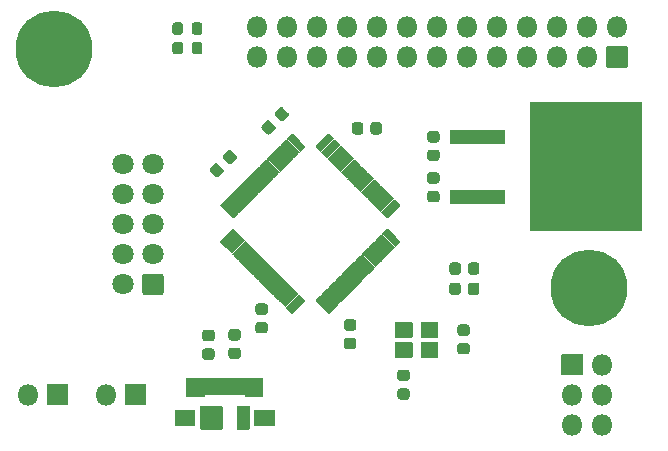
<source format=gts>
G04 #@! TF.GenerationSoftware,KiCad,Pcbnew,(5.1.10-1-10_14)*
G04 #@! TF.CreationDate,2021-11-11T19:55:44+01:00*
G04 #@! TF.ProjectId,Demo Project 01,44656d6f-2050-4726-9f6a-656374203031,mk0*
G04 #@! TF.SameCoordinates,Original*
G04 #@! TF.FileFunction,Soldermask,Top*
G04 #@! TF.FilePolarity,Negative*
%FSLAX46Y46*%
G04 Gerber Fmt 4.6, Leading zero omitted, Abs format (unit mm)*
G04 Created by KiCad (PCBNEW (5.1.10-1-10_14)) date 2021-11-11 19:55:44*
%MOMM*%
%LPD*%
G01*
G04 APERTURE LIST*
%ADD10O,1.802000X1.802000*%
%ADD11C,1.802000*%
%ADD12C,6.502000*%
%ADD13C,0.902000*%
%ADD14C,0.100000*%
G04 APERTURE END LIST*
D10*
X76327000Y-141351000D03*
G36*
G01*
X78017000Y-140450000D02*
X79717000Y-140450000D01*
G75*
G02*
X79768000Y-140501000I0J-51000D01*
G01*
X79768000Y-142201000D01*
G75*
G02*
X79717000Y-142252000I-51000J0D01*
G01*
X78017000Y-142252000D01*
G75*
G02*
X77966000Y-142201000I0J51000D01*
G01*
X77966000Y-140501000D01*
G75*
G02*
X78017000Y-140450000I51000J0D01*
G01*
G37*
G36*
G01*
X89479000Y-111713500D02*
X89479000Y-112314500D01*
G75*
G02*
X89253500Y-112540000I-225500J0D01*
G01*
X88802500Y-112540000D01*
G75*
G02*
X88577000Y-112314500I0J225500D01*
G01*
X88577000Y-111713500D01*
G75*
G02*
X88802500Y-111488000I225500J0D01*
G01*
X89253500Y-111488000D01*
G75*
G02*
X89479000Y-111713500I0J-225500D01*
G01*
G37*
G36*
G01*
X91129000Y-111713500D02*
X91129000Y-112314500D01*
G75*
G02*
X90903500Y-112540000I-225500J0D01*
G01*
X90452500Y-112540000D01*
G75*
G02*
X90227000Y-112314500I0J225500D01*
G01*
X90227000Y-111713500D01*
G75*
G02*
X90452500Y-111488000I225500J0D01*
G01*
X90903500Y-111488000D01*
G75*
G02*
X91129000Y-111713500I0J-225500D01*
G01*
G37*
G36*
G01*
X90227000Y-110663500D02*
X90227000Y-110062500D01*
G75*
G02*
X90452500Y-109837000I225500J0D01*
G01*
X90903500Y-109837000D01*
G75*
G02*
X91129000Y-110062500I0J-225500D01*
G01*
X91129000Y-110663500D01*
G75*
G02*
X90903500Y-110889000I-225500J0D01*
G01*
X90452500Y-110889000D01*
G75*
G02*
X90227000Y-110663500I0J225500D01*
G01*
G37*
G36*
G01*
X88577000Y-110663500D02*
X88577000Y-110062500D01*
G75*
G02*
X88802500Y-109837000I225500J0D01*
G01*
X89253500Y-109837000D01*
G75*
G02*
X89479000Y-110062500I0J-225500D01*
G01*
X89479000Y-110663500D01*
G75*
G02*
X89253500Y-110889000I-225500J0D01*
G01*
X88802500Y-110889000D01*
G75*
G02*
X88577000Y-110663500I0J225500D01*
G01*
G37*
G36*
G01*
X87832500Y-131380500D02*
X87832500Y-132652500D01*
G75*
G02*
X87567500Y-132917500I-265000J0D01*
G01*
X86295500Y-132917500D01*
G75*
G02*
X86030500Y-132652500I0J265000D01*
G01*
X86030500Y-131380500D01*
G75*
G02*
X86295500Y-131115500I265000J0D01*
G01*
X87567500Y-131115500D01*
G75*
G02*
X87832500Y-131380500I0J-265000D01*
G01*
G37*
D11*
X86931500Y-129476500D03*
X86931500Y-126936500D03*
X86931500Y-124396500D03*
X86931500Y-121856500D03*
X84391500Y-132016500D03*
X84391500Y-129476500D03*
X84391500Y-126936500D03*
X84391500Y-124396500D03*
X84391500Y-121856500D03*
G36*
G01*
X121527000Y-139661000D02*
X121527000Y-137961000D01*
G75*
G02*
X121578000Y-137910000I51000J0D01*
G01*
X123278000Y-137910000D01*
G75*
G02*
X123329000Y-137961000I0J-51000D01*
G01*
X123329000Y-139661000D01*
G75*
G02*
X123278000Y-139712000I-51000J0D01*
G01*
X121578000Y-139712000D01*
G75*
G02*
X121527000Y-139661000I0J51000D01*
G01*
G37*
D10*
X124968000Y-138811000D03*
X122428000Y-141351000D03*
X124968000Y-141351000D03*
X122428000Y-143891000D03*
X124968000Y-143891000D03*
G36*
G01*
X111114000Y-136989999D02*
X111114000Y-138190001D01*
G75*
G02*
X111063001Y-138241000I-50999J0D01*
G01*
X109662999Y-138241000D01*
G75*
G02*
X109612000Y-138190001I0J50999D01*
G01*
X109612000Y-136989999D01*
G75*
G02*
X109662999Y-136939000I50999J0D01*
G01*
X111063001Y-136939000D01*
G75*
G02*
X111114000Y-136989999I0J-50999D01*
G01*
G37*
G36*
G01*
X108914000Y-136989999D02*
X108914000Y-138190001D01*
G75*
G02*
X108863001Y-138241000I-50999J0D01*
G01*
X107462999Y-138241000D01*
G75*
G02*
X107412000Y-138190001I0J50999D01*
G01*
X107412000Y-136989999D01*
G75*
G02*
X107462999Y-136939000I50999J0D01*
G01*
X108863001Y-136939000D01*
G75*
G02*
X108914000Y-136989999I0J-50999D01*
G01*
G37*
G36*
G01*
X108914000Y-135289999D02*
X108914000Y-136490001D01*
G75*
G02*
X108863001Y-136541000I-50999J0D01*
G01*
X107462999Y-136541000D01*
G75*
G02*
X107412000Y-136490001I0J50999D01*
G01*
X107412000Y-135289999D01*
G75*
G02*
X107462999Y-135239000I50999J0D01*
G01*
X108863001Y-135239000D01*
G75*
G02*
X108914000Y-135289999I0J-50999D01*
G01*
G37*
G36*
G01*
X111114000Y-135289999D02*
X111114000Y-136490001D01*
G75*
G02*
X111063001Y-136541000I-50999J0D01*
G01*
X109662999Y-136541000D01*
G75*
G02*
X109612000Y-136490001I0J50999D01*
G01*
X109612000Y-135289999D01*
G75*
G02*
X109662999Y-135239000I50999J0D01*
G01*
X111063001Y-135239000D01*
G75*
G02*
X111114000Y-135289999I0J-50999D01*
G01*
G37*
X82931000Y-141351000D03*
G36*
G01*
X84621000Y-140450000D02*
X86321000Y-140450000D01*
G75*
G02*
X86372000Y-140501000I0J-51000D01*
G01*
X86372000Y-142201000D01*
G75*
G02*
X86321000Y-142252000I-51000J0D01*
G01*
X84621000Y-142252000D01*
G75*
G02*
X84570000Y-142201000I0J51000D01*
G01*
X84570000Y-140501000D01*
G75*
G02*
X84621000Y-140450000I51000J0D01*
G01*
G37*
G36*
G01*
X127088000Y-113677000D02*
X125388000Y-113677000D01*
G75*
G02*
X125337000Y-113626000I0J51000D01*
G01*
X125337000Y-111926000D01*
G75*
G02*
X125388000Y-111875000I51000J0D01*
G01*
X127088000Y-111875000D01*
G75*
G02*
X127139000Y-111926000I0J-51000D01*
G01*
X127139000Y-113626000D01*
G75*
G02*
X127088000Y-113677000I-51000J0D01*
G01*
G37*
X126238000Y-110236000D03*
X123698000Y-112776000D03*
X123698000Y-110236000D03*
X121158000Y-112776000D03*
X121158000Y-110236000D03*
X118618000Y-112776000D03*
X118618000Y-110236000D03*
X116078000Y-112776000D03*
X116078000Y-110236000D03*
X113538000Y-112776000D03*
X113538000Y-110236000D03*
X110998000Y-112776000D03*
X110998000Y-110236000D03*
X108458000Y-112776000D03*
X108458000Y-110236000D03*
X105918000Y-112776000D03*
X105918000Y-110236000D03*
X103378000Y-112776000D03*
X103378000Y-110236000D03*
X100838000Y-112776000D03*
X100838000Y-110236000D03*
X98298000Y-112776000D03*
X98298000Y-110236000D03*
X95758000Y-112776000D03*
X95758000Y-110236000D03*
G36*
G01*
X93588888Y-120706157D02*
X93987343Y-121104612D01*
G75*
G02*
X93987343Y-121450034I-172711J-172711D01*
G01*
X93641922Y-121795455D01*
G75*
G02*
X93296500Y-121795455I-172711J172711D01*
G01*
X92898045Y-121397000D01*
G75*
G02*
X92898045Y-121051578I172711J172711D01*
G01*
X93243466Y-120706157D01*
G75*
G02*
X93588888Y-120706157I172711J-172711D01*
G01*
G37*
G36*
G01*
X92475194Y-121819851D02*
X92873649Y-122218306D01*
G75*
G02*
X92873649Y-122563728I-172711J-172711D01*
G01*
X92528228Y-122909149D01*
G75*
G02*
X92182806Y-122909149I-172711J172711D01*
G01*
X91784351Y-122510694D01*
G75*
G02*
X91784351Y-122165272I172711J172711D01*
G01*
X92129772Y-121819851D01*
G75*
G02*
X92475194Y-121819851I172711J-172711D01*
G01*
G37*
G36*
G01*
X96871347Y-118185698D02*
X97269802Y-118584153D01*
G75*
G02*
X97269802Y-118929575I-172711J-172711D01*
G01*
X96924381Y-119274996D01*
G75*
G02*
X96578959Y-119274996I-172711J172711D01*
G01*
X96180504Y-118876541D01*
G75*
G02*
X96180504Y-118531119I172711J172711D01*
G01*
X96525925Y-118185698D01*
G75*
G02*
X96871347Y-118185698I172711J-172711D01*
G01*
G37*
G36*
G01*
X97985041Y-117072004D02*
X98383496Y-117470459D01*
G75*
G02*
X98383496Y-117815881I-172711J-172711D01*
G01*
X98038075Y-118161302D01*
G75*
G02*
X97692653Y-118161302I-172711J172711D01*
G01*
X97294198Y-117762847D01*
G75*
G02*
X97294198Y-117417425I172711J172711D01*
G01*
X97639619Y-117072004D01*
G75*
G02*
X97985041Y-117072004I172711J-172711D01*
G01*
G37*
G36*
G01*
X113514950Y-137953500D02*
X112951450Y-137953500D01*
G75*
G02*
X112707200Y-137709250I0J244250D01*
G01*
X112707200Y-137220750D01*
G75*
G02*
X112951450Y-136976500I244250J0D01*
G01*
X113514950Y-136976500D01*
G75*
G02*
X113759200Y-137220750I0J-244250D01*
G01*
X113759200Y-137709250D01*
G75*
G02*
X113514950Y-137953500I-244250J0D01*
G01*
G37*
G36*
G01*
X113514950Y-136378500D02*
X112951450Y-136378500D01*
G75*
G02*
X112707200Y-136134250I0J244250D01*
G01*
X112707200Y-135645750D01*
G75*
G02*
X112951450Y-135401500I244250J0D01*
G01*
X113514950Y-135401500D01*
G75*
G02*
X113759200Y-135645750I0J-244250D01*
G01*
X113759200Y-136134250D01*
G75*
G02*
X113514950Y-136378500I-244250J0D01*
G01*
G37*
G36*
G01*
X108434950Y-140213800D02*
X107871450Y-140213800D01*
G75*
G02*
X107627200Y-139969550I0J244250D01*
G01*
X107627200Y-139481050D01*
G75*
G02*
X107871450Y-139236800I244250J0D01*
G01*
X108434950Y-139236800D01*
G75*
G02*
X108679200Y-139481050I0J-244250D01*
G01*
X108679200Y-139969550D01*
G75*
G02*
X108434950Y-140213800I-244250J0D01*
G01*
G37*
G36*
G01*
X108434950Y-141788800D02*
X107871450Y-141788800D01*
G75*
G02*
X107627200Y-141544550I0J244250D01*
G01*
X107627200Y-141056050D01*
G75*
G02*
X107871450Y-140811800I244250J0D01*
G01*
X108434950Y-140811800D01*
G75*
G02*
X108679200Y-141056050I0J-244250D01*
G01*
X108679200Y-141544550D01*
G75*
G02*
X108434950Y-141788800I-244250J0D01*
G01*
G37*
G36*
G01*
X95857250Y-133623500D02*
X96420750Y-133623500D01*
G75*
G02*
X96665000Y-133867750I0J-244250D01*
G01*
X96665000Y-134356250D01*
G75*
G02*
X96420750Y-134600500I-244250J0D01*
G01*
X95857250Y-134600500D01*
G75*
G02*
X95613000Y-134356250I0J244250D01*
G01*
X95613000Y-133867750D01*
G75*
G02*
X95857250Y-133623500I244250J0D01*
G01*
G37*
G36*
G01*
X95857250Y-135198500D02*
X96420750Y-135198500D01*
G75*
G02*
X96665000Y-135442750I0J-244250D01*
G01*
X96665000Y-135931250D01*
G75*
G02*
X96420750Y-136175500I-244250J0D01*
G01*
X95857250Y-136175500D01*
G75*
G02*
X95613000Y-135931250I0J244250D01*
G01*
X95613000Y-135442750D01*
G75*
G02*
X95857250Y-135198500I244250J0D01*
G01*
G37*
G36*
G01*
X110398750Y-120606000D02*
X110962250Y-120606000D01*
G75*
G02*
X111206500Y-120850250I0J-244250D01*
G01*
X111206500Y-121338750D01*
G75*
G02*
X110962250Y-121583000I-244250J0D01*
G01*
X110398750Y-121583000D01*
G75*
G02*
X110154500Y-121338750I0J244250D01*
G01*
X110154500Y-120850250D01*
G75*
G02*
X110398750Y-120606000I244250J0D01*
G01*
G37*
G36*
G01*
X110398750Y-119031000D02*
X110962250Y-119031000D01*
G75*
G02*
X111206500Y-119275250I0J-244250D01*
G01*
X111206500Y-119763750D01*
G75*
G02*
X110962250Y-120008000I-244250J0D01*
G01*
X110398750Y-120008000D01*
G75*
G02*
X110154500Y-119763750I0J244250D01*
G01*
X110154500Y-119275250D01*
G75*
G02*
X110398750Y-119031000I244250J0D01*
G01*
G37*
G36*
G01*
X110962250Y-125075500D02*
X110398750Y-125075500D01*
G75*
G02*
X110154500Y-124831250I0J244250D01*
G01*
X110154500Y-124342750D01*
G75*
G02*
X110398750Y-124098500I244250J0D01*
G01*
X110962250Y-124098500D01*
G75*
G02*
X111206500Y-124342750I0J-244250D01*
G01*
X111206500Y-124831250D01*
G75*
G02*
X110962250Y-125075500I-244250J0D01*
G01*
G37*
G36*
G01*
X110962250Y-123500500D02*
X110398750Y-123500500D01*
G75*
G02*
X110154500Y-123256250I0J244250D01*
G01*
X110154500Y-122767750D01*
G75*
G02*
X110398750Y-122523500I244250J0D01*
G01*
X110962250Y-122523500D01*
G75*
G02*
X111206500Y-122767750I0J-244250D01*
G01*
X111206500Y-123256250D01*
G75*
G02*
X110962250Y-123500500I-244250J0D01*
G01*
G37*
G36*
G01*
X91451500Y-141343000D02*
X91451500Y-139963000D01*
G75*
G02*
X91502500Y-139912000I51000J0D01*
G01*
X91952500Y-139912000D01*
G75*
G02*
X92003500Y-139963000I0J-51000D01*
G01*
X92003500Y-141343000D01*
G75*
G02*
X91952500Y-141394000I-51000J0D01*
G01*
X91502500Y-141394000D01*
G75*
G02*
X91451500Y-141343000I0J51000D01*
G01*
G37*
G36*
G01*
X92101500Y-141343000D02*
X92101500Y-139963000D01*
G75*
G02*
X92152500Y-139912000I51000J0D01*
G01*
X92602500Y-139912000D01*
G75*
G02*
X92653500Y-139963000I0J-51000D01*
G01*
X92653500Y-141343000D01*
G75*
G02*
X92602500Y-141394000I-51000J0D01*
G01*
X92152500Y-141394000D01*
G75*
G02*
X92101500Y-141343000I0J51000D01*
G01*
G37*
G36*
G01*
X92751500Y-141343000D02*
X92751500Y-139963000D01*
G75*
G02*
X92802500Y-139912000I51000J0D01*
G01*
X93252500Y-139912000D01*
G75*
G02*
X93303500Y-139963000I0J-51000D01*
G01*
X93303500Y-141343000D01*
G75*
G02*
X93252500Y-141394000I-51000J0D01*
G01*
X92802500Y-141394000D01*
G75*
G02*
X92751500Y-141343000I0J51000D01*
G01*
G37*
G36*
G01*
X93401500Y-141343000D02*
X93401500Y-139963000D01*
G75*
G02*
X93452500Y-139912000I51000J0D01*
G01*
X93902500Y-139912000D01*
G75*
G02*
X93953500Y-139963000I0J-51000D01*
G01*
X93953500Y-141343000D01*
G75*
G02*
X93902500Y-141394000I-51000J0D01*
G01*
X93452500Y-141394000D01*
G75*
G02*
X93401500Y-141343000I0J51000D01*
G01*
G37*
G36*
G01*
X94051500Y-141343000D02*
X94051500Y-139963000D01*
G75*
G02*
X94102500Y-139912000I51000J0D01*
G01*
X94552500Y-139912000D01*
G75*
G02*
X94603500Y-139963000I0J-51000D01*
G01*
X94603500Y-141343000D01*
G75*
G02*
X94552500Y-141394000I-51000J0D01*
G01*
X94102500Y-141394000D01*
G75*
G02*
X94051500Y-141343000I0J51000D01*
G01*
G37*
G36*
G01*
X89776500Y-141513000D02*
X89776500Y-139963000D01*
G75*
G02*
X89827500Y-139912000I51000J0D01*
G01*
X91252500Y-139912000D01*
G75*
G02*
X91303500Y-139963000I0J-51000D01*
G01*
X91303500Y-141513000D01*
G75*
G02*
X91252500Y-141564000I-51000J0D01*
G01*
X89827500Y-141564000D01*
G75*
G02*
X89776500Y-141513000I0J51000D01*
G01*
G37*
G36*
G01*
X94751500Y-141513000D02*
X94751500Y-139963000D01*
G75*
G02*
X94802500Y-139912000I51000J0D01*
G01*
X96227500Y-139912000D01*
G75*
G02*
X96278500Y-139963000I0J-51000D01*
G01*
X96278500Y-141513000D01*
G75*
G02*
X96227500Y-141564000I-51000J0D01*
G01*
X94802500Y-141564000D01*
G75*
G02*
X94751500Y-141513000I0J51000D01*
G01*
G37*
G36*
G01*
X88776500Y-143963000D02*
X88776500Y-142663000D01*
G75*
G02*
X88827500Y-142612000I51000J0D01*
G01*
X90477500Y-142612000D01*
G75*
G02*
X90528500Y-142663000I0J-51000D01*
G01*
X90528500Y-143963000D01*
G75*
G02*
X90477500Y-144014000I-51000J0D01*
G01*
X88827500Y-144014000D01*
G75*
G02*
X88776500Y-143963000I0J51000D01*
G01*
G37*
G36*
G01*
X95526500Y-143963000D02*
X95526500Y-142663000D01*
G75*
G02*
X95577500Y-142612000I51000J0D01*
G01*
X97227500Y-142612000D01*
G75*
G02*
X97278500Y-142663000I0J-51000D01*
G01*
X97278500Y-143963000D01*
G75*
G02*
X97227500Y-144014000I-51000J0D01*
G01*
X95577500Y-144014000D01*
G75*
G02*
X95526500Y-143963000I0J51000D01*
G01*
G37*
G36*
G01*
X90926500Y-144263000D02*
X90926500Y-142363000D01*
G75*
G02*
X90977500Y-142312000I51000J0D01*
G01*
X92777500Y-142312000D01*
G75*
G02*
X92828500Y-142363000I0J-51000D01*
G01*
X92828500Y-144263000D01*
G75*
G02*
X92777500Y-144314000I-51000J0D01*
G01*
X90977500Y-144314000D01*
G75*
G02*
X90926500Y-144263000I0J51000D01*
G01*
G37*
G36*
G01*
X94026500Y-144263000D02*
X94026500Y-142363000D01*
G75*
G02*
X94077500Y-142312000I51000J0D01*
G01*
X95077500Y-142312000D01*
G75*
G02*
X95128500Y-142363000I0J-51000D01*
G01*
X95128500Y-144263000D01*
G75*
G02*
X95077500Y-144314000I-51000J0D01*
G01*
X94077500Y-144314000D01*
G75*
G02*
X94026500Y-144263000I0J51000D01*
G01*
G37*
G36*
G01*
X103350250Y-134969500D02*
X103913750Y-134969500D01*
G75*
G02*
X104158000Y-135213750I0J-244250D01*
G01*
X104158000Y-135702250D01*
G75*
G02*
X103913750Y-135946500I-244250J0D01*
G01*
X103350250Y-135946500D01*
G75*
G02*
X103106000Y-135702250I0J244250D01*
G01*
X103106000Y-135213750D01*
G75*
G02*
X103350250Y-134969500I244250J0D01*
G01*
G37*
G36*
G01*
X103350250Y-136544500D02*
X103913750Y-136544500D01*
G75*
G02*
X104158000Y-136788750I0J-244250D01*
G01*
X104158000Y-137277250D01*
G75*
G02*
X103913750Y-137521500I-244250J0D01*
G01*
X103350250Y-137521500D01*
G75*
G02*
X103106000Y-137277250I0J244250D01*
G01*
X103106000Y-136788750D01*
G75*
G02*
X103350250Y-136544500I244250J0D01*
G01*
G37*
G36*
G01*
X113010500Y-132115750D02*
X113010500Y-132679250D01*
G75*
G02*
X112766250Y-132923500I-244250J0D01*
G01*
X112277750Y-132923500D01*
G75*
G02*
X112033500Y-132679250I0J244250D01*
G01*
X112033500Y-132115750D01*
G75*
G02*
X112277750Y-131871500I244250J0D01*
G01*
X112766250Y-131871500D01*
G75*
G02*
X113010500Y-132115750I0J-244250D01*
G01*
G37*
G36*
G01*
X114585500Y-132115750D02*
X114585500Y-132679250D01*
G75*
G02*
X114341250Y-132923500I-244250J0D01*
G01*
X113852750Y-132923500D01*
G75*
G02*
X113608500Y-132679250I0J244250D01*
G01*
X113608500Y-132115750D01*
G75*
G02*
X113852750Y-131871500I244250J0D01*
G01*
X114341250Y-131871500D01*
G75*
G02*
X114585500Y-132115750I0J-244250D01*
G01*
G37*
G36*
G01*
X114585500Y-130401250D02*
X114585500Y-130964750D01*
G75*
G02*
X114341250Y-131209000I-244250J0D01*
G01*
X113852750Y-131209000D01*
G75*
G02*
X113608500Y-130964750I0J244250D01*
G01*
X113608500Y-130401250D01*
G75*
G02*
X113852750Y-130157000I244250J0D01*
G01*
X114341250Y-130157000D01*
G75*
G02*
X114585500Y-130401250I0J-244250D01*
G01*
G37*
G36*
G01*
X113010500Y-130401250D02*
X113010500Y-130964750D01*
G75*
G02*
X112766250Y-131209000I-244250J0D01*
G01*
X112277750Y-131209000D01*
G75*
G02*
X112033500Y-130964750I0J244250D01*
G01*
X112033500Y-130401250D01*
G75*
G02*
X112277750Y-130157000I244250J0D01*
G01*
X112766250Y-130157000D01*
G75*
G02*
X113010500Y-130401250I0J-244250D01*
G01*
G37*
G36*
G01*
X105353500Y-119090250D02*
X105353500Y-118526750D01*
G75*
G02*
X105597750Y-118282500I244250J0D01*
G01*
X106086250Y-118282500D01*
G75*
G02*
X106330500Y-118526750I0J-244250D01*
G01*
X106330500Y-119090250D01*
G75*
G02*
X106086250Y-119334500I-244250J0D01*
G01*
X105597750Y-119334500D01*
G75*
G02*
X105353500Y-119090250I0J244250D01*
G01*
G37*
G36*
G01*
X103778500Y-119090250D02*
X103778500Y-118526750D01*
G75*
G02*
X104022750Y-118282500I244250J0D01*
G01*
X104511250Y-118282500D01*
G75*
G02*
X104755500Y-118526750I0J-244250D01*
G01*
X104755500Y-119090250D01*
G75*
G02*
X104511250Y-119334500I-244250J0D01*
G01*
X104022750Y-119334500D01*
G75*
G02*
X103778500Y-119090250I0J244250D01*
G01*
G37*
G36*
G01*
X91348750Y-137433500D02*
X91912250Y-137433500D01*
G75*
G02*
X92156500Y-137677750I0J-244250D01*
G01*
X92156500Y-138166250D01*
G75*
G02*
X91912250Y-138410500I-244250J0D01*
G01*
X91348750Y-138410500D01*
G75*
G02*
X91104500Y-138166250I0J244250D01*
G01*
X91104500Y-137677750D01*
G75*
G02*
X91348750Y-137433500I244250J0D01*
G01*
G37*
G36*
G01*
X91348750Y-135858500D02*
X91912250Y-135858500D01*
G75*
G02*
X92156500Y-136102750I0J-244250D01*
G01*
X92156500Y-136591250D01*
G75*
G02*
X91912250Y-136835500I-244250J0D01*
G01*
X91348750Y-136835500D01*
G75*
G02*
X91104500Y-136591250I0J244250D01*
G01*
X91104500Y-136102750D01*
G75*
G02*
X91348750Y-135858500I244250J0D01*
G01*
G37*
G36*
G01*
X93571250Y-135795000D02*
X94134750Y-135795000D01*
G75*
G02*
X94379000Y-136039250I0J-244250D01*
G01*
X94379000Y-136527750D01*
G75*
G02*
X94134750Y-136772000I-244250J0D01*
G01*
X93571250Y-136772000D01*
G75*
G02*
X93327000Y-136527750I0J244250D01*
G01*
X93327000Y-136039250D01*
G75*
G02*
X93571250Y-135795000I244250J0D01*
G01*
G37*
G36*
G01*
X93571250Y-137370000D02*
X94134750Y-137370000D01*
G75*
G02*
X94379000Y-137614250I0J-244250D01*
G01*
X94379000Y-138102750D01*
G75*
G02*
X94134750Y-138347000I-244250J0D01*
G01*
X93571250Y-138347000D01*
G75*
G02*
X93327000Y-138102750I0J244250D01*
G01*
X93327000Y-137614250D01*
G75*
G02*
X93571250Y-137370000I244250J0D01*
G01*
G37*
G36*
G01*
X112079500Y-120057000D02*
X112079500Y-118957000D01*
G75*
G02*
X112130500Y-118906000I51000J0D01*
G01*
X116730500Y-118906000D01*
G75*
G02*
X116781500Y-118957000I0J-51000D01*
G01*
X116781500Y-120057000D01*
G75*
G02*
X116730500Y-120108000I-51000J0D01*
G01*
X112130500Y-120108000D01*
G75*
G02*
X112079500Y-120057000I0J51000D01*
G01*
G37*
G36*
G01*
X112079500Y-125137000D02*
X112079500Y-124037000D01*
G75*
G02*
X112130500Y-123986000I51000J0D01*
G01*
X116730500Y-123986000D01*
G75*
G02*
X116781500Y-124037000I0J-51000D01*
G01*
X116781500Y-125137000D01*
G75*
G02*
X116730500Y-125188000I-51000J0D01*
G01*
X112130500Y-125188000D01*
G75*
G02*
X112079500Y-125137000I0J51000D01*
G01*
G37*
G36*
G01*
X118829500Y-127447000D02*
X118829500Y-116647000D01*
G75*
G02*
X118880500Y-116596000I51000J0D01*
G01*
X128280500Y-116596000D01*
G75*
G02*
X128331500Y-116647000I0J-51000D01*
G01*
X128331500Y-127447000D01*
G75*
G02*
X128280500Y-127498000I-51000J0D01*
G01*
X118880500Y-127498000D01*
G75*
G02*
X118829500Y-127447000I0J51000D01*
G01*
G37*
G36*
G01*
X94168410Y-126042856D02*
X93779502Y-126431764D01*
G75*
G02*
X93707378Y-126431764I-36062J36062D01*
G01*
X92646718Y-125371104D01*
G75*
G02*
X92646718Y-125298980I36062J36062D01*
G01*
X93035626Y-124910072D01*
G75*
G02*
X93107750Y-124910072I36062J-36062D01*
G01*
X94168410Y-125970732D01*
G75*
G02*
X94168410Y-126042856I-36062J-36062D01*
G01*
G37*
G36*
G01*
X94734096Y-125477171D02*
X94345188Y-125866079D01*
G75*
G02*
X94273064Y-125866079I-36062J36062D01*
G01*
X93212404Y-124805419D01*
G75*
G02*
X93212404Y-124733295I36062J36062D01*
G01*
X93601312Y-124344387D01*
G75*
G02*
X93673436Y-124344387I36062J-36062D01*
G01*
X94734096Y-125405047D01*
G75*
G02*
X94734096Y-125477171I-36062J-36062D01*
G01*
G37*
G36*
G01*
X95299781Y-124911486D02*
X94910873Y-125300394D01*
G75*
G02*
X94838749Y-125300394I-36062J36062D01*
G01*
X93778089Y-124239734D01*
G75*
G02*
X93778089Y-124167610I36062J36062D01*
G01*
X94166997Y-123778702D01*
G75*
G02*
X94239121Y-123778702I36062J-36062D01*
G01*
X95299781Y-124839362D01*
G75*
G02*
X95299781Y-124911486I-36062J-36062D01*
G01*
G37*
G36*
G01*
X95865466Y-124345800D02*
X95476558Y-124734708D01*
G75*
G02*
X95404434Y-124734708I-36062J36062D01*
G01*
X94343774Y-123674048D01*
G75*
G02*
X94343774Y-123601924I36062J36062D01*
G01*
X94732682Y-123213016D01*
G75*
G02*
X94804806Y-123213016I36062J-36062D01*
G01*
X95865466Y-124273676D01*
G75*
G02*
X95865466Y-124345800I-36062J-36062D01*
G01*
G37*
G36*
G01*
X96431152Y-123780115D02*
X96042244Y-124169023D01*
G75*
G02*
X95970120Y-124169023I-36062J36062D01*
G01*
X94909460Y-123108363D01*
G75*
G02*
X94909460Y-123036239I36062J36062D01*
G01*
X95298368Y-122647331D01*
G75*
G02*
X95370492Y-122647331I36062J-36062D01*
G01*
X96431152Y-123707991D01*
G75*
G02*
X96431152Y-123780115I-36062J-36062D01*
G01*
G37*
G36*
G01*
X96996837Y-123214429D02*
X96607929Y-123603337D01*
G75*
G02*
X96535805Y-123603337I-36062J36062D01*
G01*
X95475145Y-122542677D01*
G75*
G02*
X95475145Y-122470553I36062J36062D01*
G01*
X95864053Y-122081645D01*
G75*
G02*
X95936177Y-122081645I36062J-36062D01*
G01*
X96996837Y-123142305D01*
G75*
G02*
X96996837Y-123214429I-36062J-36062D01*
G01*
G37*
G36*
G01*
X97562523Y-122648744D02*
X97173615Y-123037652D01*
G75*
G02*
X97101491Y-123037652I-36062J36062D01*
G01*
X96040831Y-121976992D01*
G75*
G02*
X96040831Y-121904868I36062J36062D01*
G01*
X96429739Y-121515960D01*
G75*
G02*
X96501863Y-121515960I36062J-36062D01*
G01*
X97562523Y-122576620D01*
G75*
G02*
X97562523Y-122648744I-36062J-36062D01*
G01*
G37*
G36*
G01*
X98128208Y-122083058D02*
X97739300Y-122471966D01*
G75*
G02*
X97667176Y-122471966I-36062J36062D01*
G01*
X96606516Y-121411306D01*
G75*
G02*
X96606516Y-121339182I36062J36062D01*
G01*
X96995424Y-120950274D01*
G75*
G02*
X97067548Y-120950274I36062J-36062D01*
G01*
X98128208Y-122010934D01*
G75*
G02*
X98128208Y-122083058I-36062J-36062D01*
G01*
G37*
G36*
G01*
X98693894Y-121517373D02*
X98304986Y-121906281D01*
G75*
G02*
X98232862Y-121906281I-36062J36062D01*
G01*
X97172202Y-120845621D01*
G75*
G02*
X97172202Y-120773497I36062J36062D01*
G01*
X97561110Y-120384589D01*
G75*
G02*
X97633234Y-120384589I36062J-36062D01*
G01*
X98693894Y-121445249D01*
G75*
G02*
X98693894Y-121517373I-36062J-36062D01*
G01*
G37*
G36*
G01*
X99259579Y-120951688D02*
X98870671Y-121340596D01*
G75*
G02*
X98798547Y-121340596I-36062J36062D01*
G01*
X97737887Y-120279936D01*
G75*
G02*
X97737887Y-120207812I36062J36062D01*
G01*
X98126795Y-119818904D01*
G75*
G02*
X98198919Y-119818904I36062J-36062D01*
G01*
X99259579Y-120879564D01*
G75*
G02*
X99259579Y-120951688I-36062J-36062D01*
G01*
G37*
G36*
G01*
X99825264Y-120386002D02*
X99436356Y-120774910D01*
G75*
G02*
X99364232Y-120774910I-36062J36062D01*
G01*
X98303572Y-119714250D01*
G75*
G02*
X98303572Y-119642126I36062J36062D01*
G01*
X98692480Y-119253218D01*
G75*
G02*
X98764604Y-119253218I36062J-36062D01*
G01*
X99825264Y-120313878D01*
G75*
G02*
X99825264Y-120386002I-36062J-36062D01*
G01*
G37*
G36*
G01*
X101096644Y-120774910D02*
X100707736Y-120386002D01*
G75*
G02*
X100707736Y-120313878I36062J36062D01*
G01*
X101768396Y-119253218D01*
G75*
G02*
X101840520Y-119253218I36062J-36062D01*
G01*
X102229428Y-119642126D01*
G75*
G02*
X102229428Y-119714250I-36062J-36062D01*
G01*
X101168768Y-120774910D01*
G75*
G02*
X101096644Y-120774910I-36062J36062D01*
G01*
G37*
G36*
G01*
X101662329Y-121340596D02*
X101273421Y-120951688D01*
G75*
G02*
X101273421Y-120879564I36062J36062D01*
G01*
X102334081Y-119818904D01*
G75*
G02*
X102406205Y-119818904I36062J-36062D01*
G01*
X102795113Y-120207812D01*
G75*
G02*
X102795113Y-120279936I-36062J-36062D01*
G01*
X101734453Y-121340596D01*
G75*
G02*
X101662329Y-121340596I-36062J36062D01*
G01*
G37*
G36*
G01*
X102228014Y-121906281D02*
X101839106Y-121517373D01*
G75*
G02*
X101839106Y-121445249I36062J36062D01*
G01*
X102899766Y-120384589D01*
G75*
G02*
X102971890Y-120384589I36062J-36062D01*
G01*
X103360798Y-120773497D01*
G75*
G02*
X103360798Y-120845621I-36062J-36062D01*
G01*
X102300138Y-121906281D01*
G75*
G02*
X102228014Y-121906281I-36062J36062D01*
G01*
G37*
G36*
G01*
X102793700Y-122471966D02*
X102404792Y-122083058D01*
G75*
G02*
X102404792Y-122010934I36062J36062D01*
G01*
X103465452Y-120950274D01*
G75*
G02*
X103537576Y-120950274I36062J-36062D01*
G01*
X103926484Y-121339182D01*
G75*
G02*
X103926484Y-121411306I-36062J-36062D01*
G01*
X102865824Y-122471966D01*
G75*
G02*
X102793700Y-122471966I-36062J36062D01*
G01*
G37*
G36*
G01*
X103359385Y-123037652D02*
X102970477Y-122648744D01*
G75*
G02*
X102970477Y-122576620I36062J36062D01*
G01*
X104031137Y-121515960D01*
G75*
G02*
X104103261Y-121515960I36062J-36062D01*
G01*
X104492169Y-121904868D01*
G75*
G02*
X104492169Y-121976992I-36062J-36062D01*
G01*
X103431509Y-123037652D01*
G75*
G02*
X103359385Y-123037652I-36062J36062D01*
G01*
G37*
G36*
G01*
X103925071Y-123603337D02*
X103536163Y-123214429D01*
G75*
G02*
X103536163Y-123142305I36062J36062D01*
G01*
X104596823Y-122081645D01*
G75*
G02*
X104668947Y-122081645I36062J-36062D01*
G01*
X105057855Y-122470553D01*
G75*
G02*
X105057855Y-122542677I-36062J-36062D01*
G01*
X103997195Y-123603337D01*
G75*
G02*
X103925071Y-123603337I-36062J36062D01*
G01*
G37*
G36*
G01*
X104490756Y-124169023D02*
X104101848Y-123780115D01*
G75*
G02*
X104101848Y-123707991I36062J36062D01*
G01*
X105162508Y-122647331D01*
G75*
G02*
X105234632Y-122647331I36062J-36062D01*
G01*
X105623540Y-123036239D01*
G75*
G02*
X105623540Y-123108363I-36062J-36062D01*
G01*
X104562880Y-124169023D01*
G75*
G02*
X104490756Y-124169023I-36062J36062D01*
G01*
G37*
G36*
G01*
X105056442Y-124734708D02*
X104667534Y-124345800D01*
G75*
G02*
X104667534Y-124273676I36062J36062D01*
G01*
X105728194Y-123213016D01*
G75*
G02*
X105800318Y-123213016I36062J-36062D01*
G01*
X106189226Y-123601924D01*
G75*
G02*
X106189226Y-123674048I-36062J-36062D01*
G01*
X105128566Y-124734708D01*
G75*
G02*
X105056442Y-124734708I-36062J36062D01*
G01*
G37*
G36*
G01*
X105622127Y-125300394D02*
X105233219Y-124911486D01*
G75*
G02*
X105233219Y-124839362I36062J36062D01*
G01*
X106293879Y-123778702D01*
G75*
G02*
X106366003Y-123778702I36062J-36062D01*
G01*
X106754911Y-124167610D01*
G75*
G02*
X106754911Y-124239734I-36062J-36062D01*
G01*
X105694251Y-125300394D01*
G75*
G02*
X105622127Y-125300394I-36062J36062D01*
G01*
G37*
G36*
G01*
X106187812Y-125866079D02*
X105798904Y-125477171D01*
G75*
G02*
X105798904Y-125405047I36062J36062D01*
G01*
X106859564Y-124344387D01*
G75*
G02*
X106931688Y-124344387I36062J-36062D01*
G01*
X107320596Y-124733295D01*
G75*
G02*
X107320596Y-124805419I-36062J-36062D01*
G01*
X106259936Y-125866079D01*
G75*
G02*
X106187812Y-125866079I-36062J36062D01*
G01*
G37*
G36*
G01*
X106753498Y-126431764D02*
X106364590Y-126042856D01*
G75*
G02*
X106364590Y-125970732I36062J36062D01*
G01*
X107425250Y-124910072D01*
G75*
G02*
X107497374Y-124910072I36062J-36062D01*
G01*
X107886282Y-125298980D01*
G75*
G02*
X107886282Y-125371104I-36062J-36062D01*
G01*
X106825622Y-126431764D01*
G75*
G02*
X106753498Y-126431764I-36062J36062D01*
G01*
G37*
G36*
G01*
X107886282Y-128447020D02*
X107497374Y-128835928D01*
G75*
G02*
X107425250Y-128835928I-36062J36062D01*
G01*
X106364590Y-127775268D01*
G75*
G02*
X106364590Y-127703144I36062J36062D01*
G01*
X106753498Y-127314236D01*
G75*
G02*
X106825622Y-127314236I36062J-36062D01*
G01*
X107886282Y-128374896D01*
G75*
G02*
X107886282Y-128447020I-36062J-36062D01*
G01*
G37*
G36*
G01*
X107320596Y-129012705D02*
X106931688Y-129401613D01*
G75*
G02*
X106859564Y-129401613I-36062J36062D01*
G01*
X105798904Y-128340953D01*
G75*
G02*
X105798904Y-128268829I36062J36062D01*
G01*
X106187812Y-127879921D01*
G75*
G02*
X106259936Y-127879921I36062J-36062D01*
G01*
X107320596Y-128940581D01*
G75*
G02*
X107320596Y-129012705I-36062J-36062D01*
G01*
G37*
G36*
G01*
X106754911Y-129578390D02*
X106366003Y-129967298D01*
G75*
G02*
X106293879Y-129967298I-36062J36062D01*
G01*
X105233219Y-128906638D01*
G75*
G02*
X105233219Y-128834514I36062J36062D01*
G01*
X105622127Y-128445606D01*
G75*
G02*
X105694251Y-128445606I36062J-36062D01*
G01*
X106754911Y-129506266D01*
G75*
G02*
X106754911Y-129578390I-36062J-36062D01*
G01*
G37*
G36*
G01*
X106189226Y-130144076D02*
X105800318Y-130532984D01*
G75*
G02*
X105728194Y-130532984I-36062J36062D01*
G01*
X104667534Y-129472324D01*
G75*
G02*
X104667534Y-129400200I36062J36062D01*
G01*
X105056442Y-129011292D01*
G75*
G02*
X105128566Y-129011292I36062J-36062D01*
G01*
X106189226Y-130071952D01*
G75*
G02*
X106189226Y-130144076I-36062J-36062D01*
G01*
G37*
G36*
G01*
X105623540Y-130709761D02*
X105234632Y-131098669D01*
G75*
G02*
X105162508Y-131098669I-36062J36062D01*
G01*
X104101848Y-130038009D01*
G75*
G02*
X104101848Y-129965885I36062J36062D01*
G01*
X104490756Y-129576977D01*
G75*
G02*
X104562880Y-129576977I36062J-36062D01*
G01*
X105623540Y-130637637D01*
G75*
G02*
X105623540Y-130709761I-36062J-36062D01*
G01*
G37*
G36*
G01*
X105057855Y-131275447D02*
X104668947Y-131664355D01*
G75*
G02*
X104596823Y-131664355I-36062J36062D01*
G01*
X103536163Y-130603695D01*
G75*
G02*
X103536163Y-130531571I36062J36062D01*
G01*
X103925071Y-130142663D01*
G75*
G02*
X103997195Y-130142663I36062J-36062D01*
G01*
X105057855Y-131203323D01*
G75*
G02*
X105057855Y-131275447I-36062J-36062D01*
G01*
G37*
G36*
G01*
X104492169Y-131841132D02*
X104103261Y-132230040D01*
G75*
G02*
X104031137Y-132230040I-36062J36062D01*
G01*
X102970477Y-131169380D01*
G75*
G02*
X102970477Y-131097256I36062J36062D01*
G01*
X103359385Y-130708348D01*
G75*
G02*
X103431509Y-130708348I36062J-36062D01*
G01*
X104492169Y-131769008D01*
G75*
G02*
X104492169Y-131841132I-36062J-36062D01*
G01*
G37*
G36*
G01*
X103926484Y-132406818D02*
X103537576Y-132795726D01*
G75*
G02*
X103465452Y-132795726I-36062J36062D01*
G01*
X102404792Y-131735066D01*
G75*
G02*
X102404792Y-131662942I36062J36062D01*
G01*
X102793700Y-131274034D01*
G75*
G02*
X102865824Y-131274034I36062J-36062D01*
G01*
X103926484Y-132334694D01*
G75*
G02*
X103926484Y-132406818I-36062J-36062D01*
G01*
G37*
G36*
G01*
X103360798Y-132972503D02*
X102971890Y-133361411D01*
G75*
G02*
X102899766Y-133361411I-36062J36062D01*
G01*
X101839106Y-132300751D01*
G75*
G02*
X101839106Y-132228627I36062J36062D01*
G01*
X102228014Y-131839719D01*
G75*
G02*
X102300138Y-131839719I36062J-36062D01*
G01*
X103360798Y-132900379D01*
G75*
G02*
X103360798Y-132972503I-36062J-36062D01*
G01*
G37*
G36*
G01*
X102795113Y-133538188D02*
X102406205Y-133927096D01*
G75*
G02*
X102334081Y-133927096I-36062J36062D01*
G01*
X101273421Y-132866436D01*
G75*
G02*
X101273421Y-132794312I36062J36062D01*
G01*
X101662329Y-132405404D01*
G75*
G02*
X101734453Y-132405404I36062J-36062D01*
G01*
X102795113Y-133466064D01*
G75*
G02*
X102795113Y-133538188I-36062J-36062D01*
G01*
G37*
G36*
G01*
X102229428Y-134103874D02*
X101840520Y-134492782D01*
G75*
G02*
X101768396Y-134492782I-36062J36062D01*
G01*
X100707736Y-133432122D01*
G75*
G02*
X100707736Y-133359998I36062J36062D01*
G01*
X101096644Y-132971090D01*
G75*
G02*
X101168768Y-132971090I36062J-36062D01*
G01*
X102229428Y-134031750D01*
G75*
G02*
X102229428Y-134103874I-36062J-36062D01*
G01*
G37*
G36*
G01*
X98692480Y-134492782D02*
X98303572Y-134103874D01*
G75*
G02*
X98303572Y-134031750I36062J36062D01*
G01*
X99364232Y-132971090D01*
G75*
G02*
X99436356Y-132971090I36062J-36062D01*
G01*
X99825264Y-133359998D01*
G75*
G02*
X99825264Y-133432122I-36062J-36062D01*
G01*
X98764604Y-134492782D01*
G75*
G02*
X98692480Y-134492782I-36062J36062D01*
G01*
G37*
G36*
G01*
X98126795Y-133927096D02*
X97737887Y-133538188D01*
G75*
G02*
X97737887Y-133466064I36062J36062D01*
G01*
X98798547Y-132405404D01*
G75*
G02*
X98870671Y-132405404I36062J-36062D01*
G01*
X99259579Y-132794312D01*
G75*
G02*
X99259579Y-132866436I-36062J-36062D01*
G01*
X98198919Y-133927096D01*
G75*
G02*
X98126795Y-133927096I-36062J36062D01*
G01*
G37*
G36*
G01*
X97561110Y-133361411D02*
X97172202Y-132972503D01*
G75*
G02*
X97172202Y-132900379I36062J36062D01*
G01*
X98232862Y-131839719D01*
G75*
G02*
X98304986Y-131839719I36062J-36062D01*
G01*
X98693894Y-132228627D01*
G75*
G02*
X98693894Y-132300751I-36062J-36062D01*
G01*
X97633234Y-133361411D01*
G75*
G02*
X97561110Y-133361411I-36062J36062D01*
G01*
G37*
G36*
G01*
X96995424Y-132795726D02*
X96606516Y-132406818D01*
G75*
G02*
X96606516Y-132334694I36062J36062D01*
G01*
X97667176Y-131274034D01*
G75*
G02*
X97739300Y-131274034I36062J-36062D01*
G01*
X98128208Y-131662942D01*
G75*
G02*
X98128208Y-131735066I-36062J-36062D01*
G01*
X97067548Y-132795726D01*
G75*
G02*
X96995424Y-132795726I-36062J36062D01*
G01*
G37*
G36*
G01*
X96429739Y-132230040D02*
X96040831Y-131841132D01*
G75*
G02*
X96040831Y-131769008I36062J36062D01*
G01*
X97101491Y-130708348D01*
G75*
G02*
X97173615Y-130708348I36062J-36062D01*
G01*
X97562523Y-131097256D01*
G75*
G02*
X97562523Y-131169380I-36062J-36062D01*
G01*
X96501863Y-132230040D01*
G75*
G02*
X96429739Y-132230040I-36062J36062D01*
G01*
G37*
G36*
G01*
X95864053Y-131664355D02*
X95475145Y-131275447D01*
G75*
G02*
X95475145Y-131203323I36062J36062D01*
G01*
X96535805Y-130142663D01*
G75*
G02*
X96607929Y-130142663I36062J-36062D01*
G01*
X96996837Y-130531571D01*
G75*
G02*
X96996837Y-130603695I-36062J-36062D01*
G01*
X95936177Y-131664355D01*
G75*
G02*
X95864053Y-131664355I-36062J36062D01*
G01*
G37*
G36*
G01*
X95298368Y-131098669D02*
X94909460Y-130709761D01*
G75*
G02*
X94909460Y-130637637I36062J36062D01*
G01*
X95970120Y-129576977D01*
G75*
G02*
X96042244Y-129576977I36062J-36062D01*
G01*
X96431152Y-129965885D01*
G75*
G02*
X96431152Y-130038009I-36062J-36062D01*
G01*
X95370492Y-131098669D01*
G75*
G02*
X95298368Y-131098669I-36062J36062D01*
G01*
G37*
G36*
G01*
X94732682Y-130532984D02*
X94343774Y-130144076D01*
G75*
G02*
X94343774Y-130071952I36062J36062D01*
G01*
X95404434Y-129011292D01*
G75*
G02*
X95476558Y-129011292I36062J-36062D01*
G01*
X95865466Y-129400200D01*
G75*
G02*
X95865466Y-129472324I-36062J-36062D01*
G01*
X94804806Y-130532984D01*
G75*
G02*
X94732682Y-130532984I-36062J36062D01*
G01*
G37*
G36*
G01*
X94166997Y-129967298D02*
X93778089Y-129578390D01*
G75*
G02*
X93778089Y-129506266I36062J36062D01*
G01*
X94838749Y-128445606D01*
G75*
G02*
X94910873Y-128445606I36062J-36062D01*
G01*
X95299781Y-128834514D01*
G75*
G02*
X95299781Y-128906638I-36062J-36062D01*
G01*
X94239121Y-129967298D01*
G75*
G02*
X94166997Y-129967298I-36062J36062D01*
G01*
G37*
G36*
G01*
X93601312Y-129401613D02*
X93212404Y-129012705D01*
G75*
G02*
X93212404Y-128940581I36062J36062D01*
G01*
X94273064Y-127879921D01*
G75*
G02*
X94345188Y-127879921I36062J-36062D01*
G01*
X94734096Y-128268829D01*
G75*
G02*
X94734096Y-128340953I-36062J-36062D01*
G01*
X93673436Y-129401613D01*
G75*
G02*
X93601312Y-129401613I-36062J36062D01*
G01*
G37*
G36*
G01*
X93035626Y-128835928D02*
X92646718Y-128447020D01*
G75*
G02*
X92646718Y-128374896I36062J36062D01*
G01*
X93707378Y-127314236D01*
G75*
G02*
X93779502Y-127314236I36062J-36062D01*
G01*
X94168410Y-127703144D01*
G75*
G02*
X94168410Y-127775268I-36062J-36062D01*
G01*
X93107750Y-128835928D01*
G75*
G02*
X93035626Y-128835928I-36062J36062D01*
G01*
G37*
D12*
X78587600Y-112064800D03*
D13*
X80987600Y-112064800D03*
X80284656Y-113761856D03*
X78587600Y-114464800D03*
X76890544Y-113761856D03*
X76187600Y-112064800D03*
X76890544Y-110367744D03*
X78587600Y-109664800D03*
X80284656Y-110367744D03*
X125522056Y-130636944D03*
X123825000Y-129934000D03*
X122127944Y-130636944D03*
X121425000Y-132334000D03*
X122127944Y-134031056D03*
X123825000Y-134734000D03*
X125522056Y-134031056D03*
X126225000Y-132334000D03*
D12*
X123825000Y-132334000D03*
D14*
G36*
X91453232Y-139911000D02*
G01*
X91453500Y-139912000D01*
X91453500Y-141394000D01*
X91452500Y-141395732D01*
X91451500Y-141396000D01*
X91428593Y-141396000D01*
X91404508Y-141398372D01*
X91381433Y-141405372D01*
X91360169Y-141416737D01*
X91341532Y-141432032D01*
X91326237Y-141450669D01*
X91314872Y-141471933D01*
X91307872Y-141495008D01*
X91305490Y-141519195D01*
X91304325Y-141520821D01*
X91302335Y-141520625D01*
X91301500Y-141518999D01*
X91301500Y-139912000D01*
X91302500Y-139910268D01*
X91303500Y-139910000D01*
X91451500Y-139910000D01*
X91453232Y-139911000D01*
G37*
G36*
X94753232Y-139911000D02*
G01*
X94753500Y-139912000D01*
X94753500Y-141518999D01*
X94752500Y-141520731D01*
X94750500Y-141520731D01*
X94749510Y-141519195D01*
X94747128Y-141495008D01*
X94740128Y-141471933D01*
X94728763Y-141450669D01*
X94713468Y-141432032D01*
X94694831Y-141416737D01*
X94673567Y-141405372D01*
X94650492Y-141398372D01*
X94626407Y-141396000D01*
X94603500Y-141396000D01*
X94601768Y-141395000D01*
X94601500Y-141394000D01*
X94601500Y-139912000D01*
X94602500Y-139910268D01*
X94603500Y-139910000D01*
X94751500Y-139910000D01*
X94753232Y-139911000D01*
G37*
G36*
X94053232Y-139911000D02*
G01*
X94053500Y-139912000D01*
X94053500Y-141394000D01*
X94052500Y-141395732D01*
X94051500Y-141396000D01*
X93953500Y-141396000D01*
X93951768Y-141395000D01*
X93951500Y-141394000D01*
X93951500Y-139912000D01*
X93952500Y-139910268D01*
X93953500Y-139910000D01*
X94051500Y-139910000D01*
X94053232Y-139911000D01*
G37*
G36*
X92103232Y-139911000D02*
G01*
X92103500Y-139912000D01*
X92103500Y-141394000D01*
X92102500Y-141395732D01*
X92101500Y-141396000D01*
X92003500Y-141396000D01*
X92001768Y-141395000D01*
X92001500Y-141394000D01*
X92001500Y-139912000D01*
X92002500Y-139910268D01*
X92003500Y-139910000D01*
X92101500Y-139910000D01*
X92103232Y-139911000D01*
G37*
G36*
X92753232Y-139911000D02*
G01*
X92753500Y-139912000D01*
X92753500Y-141394000D01*
X92752500Y-141395732D01*
X92751500Y-141396000D01*
X92653500Y-141396000D01*
X92651768Y-141395000D01*
X92651500Y-141394000D01*
X92651500Y-139912000D01*
X92652500Y-139910268D01*
X92653500Y-139910000D01*
X92751500Y-139910000D01*
X92753232Y-139911000D01*
G37*
G36*
X93403232Y-139911000D02*
G01*
X93403500Y-139912000D01*
X93403500Y-141394000D01*
X93402500Y-141395732D01*
X93401500Y-141396000D01*
X93303500Y-141396000D01*
X93301768Y-141395000D01*
X93301500Y-141394000D01*
X93301500Y-139912000D01*
X93302500Y-139910268D01*
X93303500Y-139910000D01*
X93401500Y-139910000D01*
X93403232Y-139911000D01*
G37*
G36*
X99297056Y-132828960D02*
G01*
X99385439Y-132917343D01*
X99385444Y-132917349D01*
X99401708Y-132933613D01*
X99402226Y-132935545D01*
X99401708Y-132936441D01*
X98268923Y-134069226D01*
X98266991Y-134069744D01*
X98266095Y-134069226D01*
X98177713Y-133980844D01*
X98177708Y-133980838D01*
X98161443Y-133964573D01*
X98160925Y-133962641D01*
X98161443Y-133961745D01*
X99294228Y-132828960D01*
X99296160Y-132828442D01*
X99297056Y-132828960D01*
G37*
G36*
X101238772Y-132828960D02*
G01*
X102370143Y-133960331D01*
X102599836Y-133730638D01*
X102601768Y-133730120D01*
X102603182Y-133731534D01*
X102602664Y-133733466D01*
X102355293Y-133980838D01*
X102266905Y-134069226D01*
X102264973Y-134069744D01*
X102264077Y-134069226D01*
X101131292Y-132936441D01*
X101130774Y-132934509D01*
X101131292Y-132933613D01*
X101147547Y-132917359D01*
X101147566Y-132917338D01*
X101235944Y-132828960D01*
X101237876Y-132828442D01*
X101238772Y-132828960D01*
G37*
G36*
X98731371Y-132263275D02*
G01*
X98836023Y-132367927D01*
X98836541Y-132369859D01*
X98836023Y-132370755D01*
X97703238Y-133503540D01*
X97701306Y-133504058D01*
X97700410Y-133503540D01*
X97595758Y-133398888D01*
X97595240Y-133396956D01*
X97595758Y-133396060D01*
X98728543Y-132263275D01*
X98730475Y-132262757D01*
X98731371Y-132263275D01*
G37*
G36*
X103502928Y-132830375D02*
G01*
X103503446Y-132832307D01*
X103502928Y-132833203D01*
X103414540Y-132921591D01*
X102848854Y-133487276D01*
X102832590Y-133503540D01*
X102830658Y-133504058D01*
X102829762Y-133503540D01*
X101696977Y-132370755D01*
X101696459Y-132368823D01*
X101696977Y-132367927D01*
X101801629Y-132263275D01*
X101803561Y-132262757D01*
X101804457Y-132263275D01*
X102935828Y-133394646D01*
X103394033Y-132936441D01*
X102262662Y-131805070D01*
X102262144Y-131803138D01*
X102262662Y-131802242D01*
X102351040Y-131713864D01*
X102351061Y-131713845D01*
X102367316Y-131697591D01*
X102370144Y-131697591D01*
X103502928Y-132830375D01*
G37*
G36*
X98165685Y-131697590D02*
G01*
X98181945Y-131713850D01*
X98181956Y-131713860D01*
X98270338Y-131802242D01*
X98270856Y-131804174D01*
X98270338Y-131805070D01*
X97137553Y-132937855D01*
X97135621Y-132938373D01*
X97134725Y-132937855D01*
X97118466Y-132921596D01*
X97118455Y-132921586D01*
X97030072Y-132833203D01*
X97029554Y-132831271D01*
X97030072Y-132830375D01*
X98162857Y-131697590D01*
X98164789Y-131697072D01*
X98165685Y-131697590D01*
G37*
G36*
X87833665Y-132650874D02*
G01*
X87834500Y-132652500D01*
X87834500Y-132734597D01*
X87834490Y-132734793D01*
X87830501Y-132775296D01*
X87830425Y-132775681D01*
X87820399Y-132808733D01*
X87820249Y-132809095D01*
X87803972Y-132839546D01*
X87803754Y-132839872D01*
X87781845Y-132866568D01*
X87781568Y-132866845D01*
X87754872Y-132888754D01*
X87754546Y-132888972D01*
X87724095Y-132905249D01*
X87723733Y-132905399D01*
X87690681Y-132915425D01*
X87690296Y-132915501D01*
X87649793Y-132919490D01*
X87649597Y-132919500D01*
X87567500Y-132919500D01*
X87565768Y-132918500D01*
X87565768Y-132916500D01*
X87567304Y-132915510D01*
X87618804Y-132910438D01*
X87668142Y-132895471D01*
X87713610Y-132871168D01*
X87753462Y-132838462D01*
X87786168Y-132798610D01*
X87810471Y-132753142D01*
X87825438Y-132703804D01*
X87830510Y-132652304D01*
X87831675Y-132650678D01*
X87833665Y-132650874D01*
G37*
G36*
X86032490Y-132652304D02*
G01*
X86037562Y-132703804D01*
X86052529Y-132753142D01*
X86076832Y-132798610D01*
X86109538Y-132838462D01*
X86149390Y-132871168D01*
X86194858Y-132895471D01*
X86244196Y-132910438D01*
X86295696Y-132915510D01*
X86297322Y-132916675D01*
X86297126Y-132918665D01*
X86295500Y-132919500D01*
X86213403Y-132919500D01*
X86213207Y-132919490D01*
X86172704Y-132915501D01*
X86172319Y-132915425D01*
X86139267Y-132905399D01*
X86138905Y-132905249D01*
X86108454Y-132888972D01*
X86108128Y-132888754D01*
X86081432Y-132866845D01*
X86081155Y-132866568D01*
X86059246Y-132839872D01*
X86059028Y-132839546D01*
X86042751Y-132809095D01*
X86042601Y-132808733D01*
X86032575Y-132775681D01*
X86032499Y-132775296D01*
X86028510Y-132734793D01*
X86028500Y-132734597D01*
X86028500Y-132652500D01*
X86029500Y-132650768D01*
X86031500Y-132650768D01*
X86032490Y-132652304D01*
G37*
G36*
X104634299Y-131699004D02*
G01*
X104634817Y-131700936D01*
X104634299Y-131701832D01*
X103963961Y-132372170D01*
X103962029Y-132372688D01*
X103961133Y-132372170D01*
X102828349Y-131239386D01*
X102828349Y-131236558D01*
X102844603Y-131220303D01*
X102844622Y-131220282D01*
X102933000Y-131131904D01*
X102934932Y-131131386D01*
X102935828Y-131131904D01*
X104067199Y-132263275D01*
X104525404Y-131805070D01*
X103394033Y-130673699D01*
X103393515Y-130671767D01*
X103394033Y-130670871D01*
X103482411Y-130582493D01*
X103482432Y-130582474D01*
X103498687Y-130566220D01*
X103501515Y-130566220D01*
X104634299Y-131699004D01*
G37*
G36*
X97600000Y-131131904D02*
G01*
X97688383Y-131220287D01*
X97688388Y-131220293D01*
X97704652Y-131236557D01*
X97705170Y-131238489D01*
X97704652Y-131239385D01*
X96571867Y-132372170D01*
X96569935Y-132372688D01*
X96569039Y-132372170D01*
X96480657Y-132283788D01*
X96480652Y-132283782D01*
X96464387Y-132267517D01*
X96463869Y-132265585D01*
X96464387Y-132264689D01*
X97597172Y-131131904D01*
X97599104Y-131131386D01*
X97600000Y-131131904D01*
G37*
G36*
X97034314Y-130566219D02*
G01*
X97050574Y-130582479D01*
X97050585Y-130582489D01*
X97138967Y-130670871D01*
X97139485Y-130672803D01*
X97138967Y-130673699D01*
X96006182Y-131806484D01*
X96004250Y-131807002D01*
X96003354Y-131806484D01*
X95987095Y-131790225D01*
X95987084Y-131790215D01*
X95898701Y-131701832D01*
X95898183Y-131699900D01*
X95898701Y-131699004D01*
X97031486Y-130566219D01*
X97033418Y-130565701D01*
X97034314Y-130566219D01*
G37*
G36*
X86297232Y-131114500D02*
G01*
X86297232Y-131116500D01*
X86295696Y-131117490D01*
X86244196Y-131122562D01*
X86194858Y-131137529D01*
X86149390Y-131161832D01*
X86109538Y-131194538D01*
X86076832Y-131234390D01*
X86052529Y-131279858D01*
X86037562Y-131329196D01*
X86032490Y-131380696D01*
X86031325Y-131382322D01*
X86029335Y-131382126D01*
X86028500Y-131380500D01*
X86028500Y-131298403D01*
X86028510Y-131298207D01*
X86032499Y-131257704D01*
X86032575Y-131257319D01*
X86042601Y-131224267D01*
X86042751Y-131223905D01*
X86059028Y-131193454D01*
X86059246Y-131193128D01*
X86081155Y-131166432D01*
X86081432Y-131166155D01*
X86108128Y-131144246D01*
X86108454Y-131144028D01*
X86138905Y-131127751D01*
X86139267Y-131127601D01*
X86172319Y-131117575D01*
X86172704Y-131117499D01*
X86213207Y-131113510D01*
X86213403Y-131113500D01*
X86295500Y-131113500D01*
X86297232Y-131114500D01*
G37*
G36*
X87649793Y-131113510D02*
G01*
X87690296Y-131117499D01*
X87690681Y-131117575D01*
X87723733Y-131127601D01*
X87724095Y-131127751D01*
X87754546Y-131144028D01*
X87754872Y-131144246D01*
X87781568Y-131166155D01*
X87781845Y-131166432D01*
X87803754Y-131193128D01*
X87803972Y-131193454D01*
X87820249Y-131223905D01*
X87820399Y-131224267D01*
X87830425Y-131257319D01*
X87830501Y-131257704D01*
X87834490Y-131298207D01*
X87834500Y-131298403D01*
X87834500Y-131380500D01*
X87833500Y-131382232D01*
X87831500Y-131382232D01*
X87830510Y-131380696D01*
X87825438Y-131329196D01*
X87810471Y-131279858D01*
X87786168Y-131234390D01*
X87753462Y-131194538D01*
X87713610Y-131161832D01*
X87668142Y-131137529D01*
X87618804Y-131122562D01*
X87567304Y-131117490D01*
X87565678Y-131116325D01*
X87565874Y-131114335D01*
X87567500Y-131113500D01*
X87649597Y-131113500D01*
X87649793Y-131113510D01*
G37*
G36*
X96468629Y-130000533D02*
G01*
X96557012Y-130088916D01*
X96557017Y-130088922D01*
X96573281Y-130105186D01*
X96573799Y-130107118D01*
X96573281Y-130108014D01*
X95440496Y-131240799D01*
X95438564Y-131241317D01*
X95437668Y-131240799D01*
X95349286Y-131152417D01*
X95349281Y-131152411D01*
X95333016Y-131136146D01*
X95332498Y-131134214D01*
X95333016Y-131133318D01*
X96465801Y-130000533D01*
X96467733Y-130000015D01*
X96468629Y-130000533D01*
G37*
G36*
X105765670Y-130567633D02*
G01*
X105766188Y-130569565D01*
X105765670Y-130570461D01*
X105095332Y-131240799D01*
X105093400Y-131241317D01*
X105092504Y-131240799D01*
X103959720Y-130108015D01*
X103959720Y-130105187D01*
X103975974Y-130088932D01*
X103975993Y-130088911D01*
X104064371Y-130000533D01*
X104066303Y-130000015D01*
X104067199Y-130000533D01*
X105198570Y-131131904D01*
X105656775Y-130673699D01*
X104525404Y-129542328D01*
X104524886Y-129540396D01*
X104525404Y-129539500D01*
X104613782Y-129451122D01*
X104613803Y-129451103D01*
X104630058Y-129434849D01*
X104632886Y-129434849D01*
X105765670Y-130567633D01*
G37*
G36*
X95902943Y-129434848D02*
G01*
X95919203Y-129451108D01*
X95919214Y-129451118D01*
X96007596Y-129539500D01*
X96008114Y-129541432D01*
X96007596Y-129542328D01*
X94874811Y-130675113D01*
X94872879Y-130675631D01*
X94871983Y-130675113D01*
X94855724Y-130658854D01*
X94855713Y-130658844D01*
X94767330Y-130570461D01*
X94766812Y-130568529D01*
X94767330Y-130567633D01*
X95900115Y-129434848D01*
X95902047Y-129434330D01*
X95902943Y-129434848D01*
G37*
G36*
X106329941Y-127737792D02*
G01*
X107462726Y-128870577D01*
X107463244Y-128872509D01*
X107462726Y-128873405D01*
X107374338Y-128961793D01*
X106898454Y-129437676D01*
X106897489Y-129437935D01*
X106897558Y-129438194D01*
X106897040Y-129439090D01*
X106792388Y-129543742D01*
X106315091Y-130021040D01*
X106226703Y-130109428D01*
X106224771Y-130109946D01*
X106223875Y-130109428D01*
X105091091Y-128976644D01*
X105091091Y-128973816D01*
X105107345Y-128957561D01*
X105107364Y-128957540D01*
X105195742Y-128869162D01*
X105197674Y-128868644D01*
X105198570Y-128869162D01*
X106329941Y-130000533D01*
X106788146Y-129542328D01*
X105656775Y-128410957D01*
X105656257Y-128409025D01*
X105656775Y-128408129D01*
X105761427Y-128303477D01*
X105763359Y-128302959D01*
X105764255Y-128303477D01*
X106895626Y-129434848D01*
X107353831Y-128976643D01*
X106222460Y-127845272D01*
X106221942Y-127843340D01*
X106222460Y-127842444D01*
X106310838Y-127754066D01*
X106310859Y-127754047D01*
X106327113Y-127737792D01*
X106329045Y-127737274D01*
X106329941Y-127737792D01*
G37*
G36*
X95337258Y-128869162D02*
G01*
X95425641Y-128957545D01*
X95425646Y-128957551D01*
X95441910Y-128973815D01*
X95442428Y-128975747D01*
X95441910Y-128976643D01*
X94309125Y-130109428D01*
X94307193Y-130109946D01*
X94306297Y-130109428D01*
X94217915Y-130021046D01*
X94217910Y-130021040D01*
X94201645Y-130004775D01*
X94201127Y-130002843D01*
X94201645Y-130001947D01*
X95334430Y-128869162D01*
X95336362Y-128868644D01*
X95337258Y-128869162D01*
G37*
G36*
X94771573Y-128303477D02*
G01*
X94876225Y-128408129D01*
X94876743Y-128410061D01*
X94876225Y-128410957D01*
X93743440Y-129543742D01*
X93741508Y-129544260D01*
X93740612Y-129543742D01*
X93635960Y-129439090D01*
X93635442Y-129437158D01*
X93635960Y-129436262D01*
X94768745Y-128303477D01*
X94770677Y-128302959D01*
X94771573Y-128303477D01*
G37*
G36*
X94205887Y-127737792D02*
G01*
X94222147Y-127754052D01*
X94222158Y-127754062D01*
X94310540Y-127842444D01*
X94311058Y-127844376D01*
X94310540Y-127845272D01*
X93177755Y-128978057D01*
X93175823Y-128978575D01*
X93174927Y-128978057D01*
X93158668Y-128961798D01*
X93158657Y-128961788D01*
X93070274Y-128873405D01*
X93069756Y-128871473D01*
X93070274Y-128870577D01*
X94203059Y-127737792D01*
X94204991Y-127737274D01*
X94205887Y-127737792D01*
G37*
G36*
X93177755Y-124767943D02*
G01*
X94310540Y-125900728D01*
X94311058Y-125902660D01*
X94310540Y-125903556D01*
X94222152Y-125991944D01*
X93744854Y-126469241D01*
X93742922Y-126469759D01*
X93741508Y-126468345D01*
X93742026Y-126466413D01*
X94201645Y-126006794D01*
X93070274Y-124875423D01*
X93069756Y-124873491D01*
X93070274Y-124872595D01*
X93158652Y-124784217D01*
X93158673Y-124784198D01*
X93174927Y-124767943D01*
X93176859Y-124767425D01*
X93177755Y-124767943D01*
G37*
G36*
X107358073Y-124767943D02*
G01*
X107374333Y-124784203D01*
X107374344Y-124784213D01*
X107462726Y-124872595D01*
X107463244Y-124874527D01*
X107462726Y-124875423D01*
X106329941Y-126008208D01*
X106328009Y-126008726D01*
X106327113Y-126008208D01*
X106310854Y-125991949D01*
X106310843Y-125991939D01*
X106222460Y-125903556D01*
X106221942Y-125901624D01*
X106222460Y-125900728D01*
X107355245Y-124767943D01*
X107357177Y-124767425D01*
X107358073Y-124767943D01*
G37*
G36*
X106792388Y-124202258D02*
G01*
X106897040Y-124306910D01*
X106897558Y-124308842D01*
X106897040Y-124309738D01*
X105764255Y-125442523D01*
X105762323Y-125443041D01*
X105761427Y-125442523D01*
X105656775Y-125337871D01*
X105656257Y-125335939D01*
X105656775Y-125335043D01*
X106789560Y-124202258D01*
X106791492Y-124201740D01*
X106792388Y-124202258D01*
G37*
G36*
X93743440Y-124202258D02*
G01*
X94876225Y-125335043D01*
X94876743Y-125336975D01*
X94876225Y-125337871D01*
X94771573Y-125442523D01*
X94769641Y-125443041D01*
X94768745Y-125442523D01*
X93635960Y-124309738D01*
X93635442Y-124307806D01*
X93635960Y-124306910D01*
X93740612Y-124202258D01*
X93742544Y-124201740D01*
X93743440Y-124202258D01*
G37*
G36*
X96007596Y-124203672D02*
G01*
X96008114Y-124205604D01*
X96007596Y-124206500D01*
X95337258Y-124876838D01*
X95335326Y-124877356D01*
X95334430Y-124876838D01*
X94201645Y-123744053D01*
X94201127Y-123742121D01*
X94201645Y-123741225D01*
X94217900Y-123724971D01*
X94217919Y-123724950D01*
X94306297Y-123636572D01*
X94308229Y-123636054D01*
X94309125Y-123636572D01*
X95440496Y-124767943D01*
X95898701Y-124309738D01*
X94767330Y-123178367D01*
X94766812Y-123176435D01*
X94767330Y-123175539D01*
X94855708Y-123087161D01*
X94855729Y-123087142D01*
X94871984Y-123070888D01*
X94874812Y-123070888D01*
X96007596Y-124203672D01*
G37*
G36*
X106226703Y-123636572D02*
G01*
X106315086Y-123724955D01*
X106315091Y-123724961D01*
X106331355Y-123741225D01*
X106331873Y-123743157D01*
X106331355Y-123744053D01*
X105198570Y-124876838D01*
X105196638Y-124877356D01*
X105195742Y-124876838D01*
X105107360Y-124788456D01*
X105107355Y-124788450D01*
X105091090Y-124772185D01*
X105090572Y-124770253D01*
X105091090Y-124769357D01*
X106223875Y-123636572D01*
X106225807Y-123636054D01*
X106226703Y-123636572D01*
G37*
G36*
X105661017Y-123070887D02*
G01*
X105677277Y-123087147D01*
X105677288Y-123087157D01*
X105765670Y-123175539D01*
X105766188Y-123177471D01*
X105765670Y-123178367D01*
X104632885Y-124311152D01*
X104630953Y-124311670D01*
X104630057Y-124311152D01*
X104613798Y-124294893D01*
X104613787Y-124294883D01*
X104525404Y-124206500D01*
X104524886Y-124204568D01*
X104525404Y-124203672D01*
X105658189Y-123070887D01*
X105660121Y-123070369D01*
X105661017Y-123070887D01*
G37*
G36*
X97138967Y-123072301D02*
G01*
X97139485Y-123074233D01*
X97138967Y-123075129D01*
X96468629Y-123745467D01*
X96466697Y-123745985D01*
X96465801Y-123745467D01*
X95333017Y-122612683D01*
X95333017Y-122609855D01*
X95349271Y-122593600D01*
X95349290Y-122593579D01*
X95437668Y-122505201D01*
X95439600Y-122504683D01*
X95440496Y-122505201D01*
X96571867Y-123636572D01*
X97030072Y-123178367D01*
X95898701Y-122046996D01*
X95898183Y-122045064D01*
X95898701Y-122044168D01*
X95987079Y-121955790D01*
X95987100Y-121955771D01*
X96003355Y-121939517D01*
X96006183Y-121939517D01*
X97138967Y-123072301D01*
G37*
G36*
X105095332Y-122505201D02*
G01*
X105183715Y-122593584D01*
X105183720Y-122593590D01*
X105199984Y-122609854D01*
X105200502Y-122611786D01*
X105199984Y-122612682D01*
X104067199Y-123745467D01*
X104065267Y-123745985D01*
X104064371Y-123745467D01*
X103975989Y-123657085D01*
X103975984Y-123657079D01*
X103959719Y-123640814D01*
X103959201Y-123638882D01*
X103959719Y-123637986D01*
X105092504Y-122505201D01*
X105094436Y-122504683D01*
X105095332Y-122505201D01*
G37*
G36*
X104529646Y-121939516D02*
G01*
X104545906Y-121955776D01*
X104545917Y-121955786D01*
X104634299Y-122044168D01*
X104634817Y-122046100D01*
X104634299Y-122046996D01*
X103501514Y-123179781D01*
X103499582Y-123180299D01*
X103498686Y-123179781D01*
X103482427Y-123163522D01*
X103482416Y-123163512D01*
X103394033Y-123075129D01*
X103393515Y-123073197D01*
X103394033Y-123072301D01*
X104526818Y-121939516D01*
X104528750Y-121938998D01*
X104529646Y-121939516D01*
G37*
G36*
X97137553Y-120808145D02*
G01*
X98270338Y-121940930D01*
X98270856Y-121942862D01*
X98270338Y-121943758D01*
X97600000Y-122614096D01*
X97598068Y-122614614D01*
X97597172Y-122614096D01*
X96464388Y-121481312D01*
X96464388Y-121478484D01*
X96480642Y-121462229D01*
X96480661Y-121462208D01*
X96569039Y-121373830D01*
X96570971Y-121373312D01*
X96571867Y-121373830D01*
X97703238Y-122505201D01*
X98161443Y-122046996D01*
X97030072Y-120915625D01*
X97029554Y-120913693D01*
X97030072Y-120912797D01*
X97118450Y-120824419D01*
X97118471Y-120824400D01*
X97134725Y-120808145D01*
X97136657Y-120807627D01*
X97137553Y-120808145D01*
G37*
G36*
X103963961Y-121373830D02*
G01*
X104052344Y-121462213D01*
X104052349Y-121462219D01*
X104068613Y-121478483D01*
X104069131Y-121480415D01*
X104068613Y-121481311D01*
X102935828Y-122614096D01*
X102933896Y-122614614D01*
X102933000Y-122614096D01*
X102844618Y-122525714D01*
X102844613Y-122525708D01*
X102828348Y-122509443D01*
X102827830Y-122507511D01*
X102828348Y-122506615D01*
X103961133Y-121373830D01*
X103963065Y-121373312D01*
X103963961Y-121373830D01*
G37*
G36*
X103398275Y-120808145D02*
G01*
X103414535Y-120824405D01*
X103414546Y-120824415D01*
X103502928Y-120912797D01*
X103503446Y-120914729D01*
X103502928Y-120915625D01*
X102370143Y-122048410D01*
X102368211Y-122048928D01*
X102367315Y-122048410D01*
X102351056Y-122032151D01*
X102351045Y-122032141D01*
X102262662Y-121943758D01*
X102262144Y-121941826D01*
X102262662Y-121940930D01*
X103395447Y-120808145D01*
X103397379Y-120807627D01*
X103398275Y-120808145D01*
G37*
G36*
X97703238Y-120242460D02*
G01*
X98836023Y-121375245D01*
X98836541Y-121377177D01*
X98836023Y-121378073D01*
X98731371Y-121482725D01*
X98729439Y-121483243D01*
X98728543Y-121482725D01*
X97595758Y-120349940D01*
X97595240Y-120348008D01*
X97595758Y-120347112D01*
X97700410Y-120242460D01*
X97702342Y-120241942D01*
X97703238Y-120242460D01*
G37*
G36*
X102832590Y-120242460D02*
G01*
X102937242Y-120347112D01*
X102937760Y-120349044D01*
X102937242Y-120349940D01*
X101804457Y-121482725D01*
X101802525Y-121483243D01*
X101801629Y-121482725D01*
X101696977Y-121378073D01*
X101696459Y-121376141D01*
X101696977Y-121375245D01*
X102829762Y-120242460D01*
X102831694Y-120241942D01*
X102832590Y-120242460D01*
G37*
G36*
X102266905Y-119676774D02*
G01*
X102355288Y-119765157D01*
X102355293Y-119765163D01*
X102371557Y-119781427D01*
X102372075Y-119783359D01*
X102371557Y-119784255D01*
X101238772Y-120917040D01*
X101236840Y-120917558D01*
X101235944Y-120917040D01*
X101147562Y-120828658D01*
X101147557Y-120828652D01*
X101131292Y-120812387D01*
X101130774Y-120810455D01*
X101131292Y-120809559D01*
X102264077Y-119676774D01*
X102266009Y-119676256D01*
X102266905Y-119676774D01*
G37*
G36*
X98268923Y-119676774D02*
G01*
X99400294Y-120808145D01*
X99859913Y-120348526D01*
X99861845Y-120348008D01*
X99863259Y-120349422D01*
X99862741Y-120351354D01*
X99385444Y-120828652D01*
X99297056Y-120917040D01*
X99295124Y-120917558D01*
X99294228Y-120917040D01*
X98161443Y-119784255D01*
X98160925Y-119782323D01*
X98161443Y-119781427D01*
X98177698Y-119765173D01*
X98177717Y-119765152D01*
X98266095Y-119676774D01*
X98268027Y-119676256D01*
X98268923Y-119676774D01*
G37*
M02*

</source>
